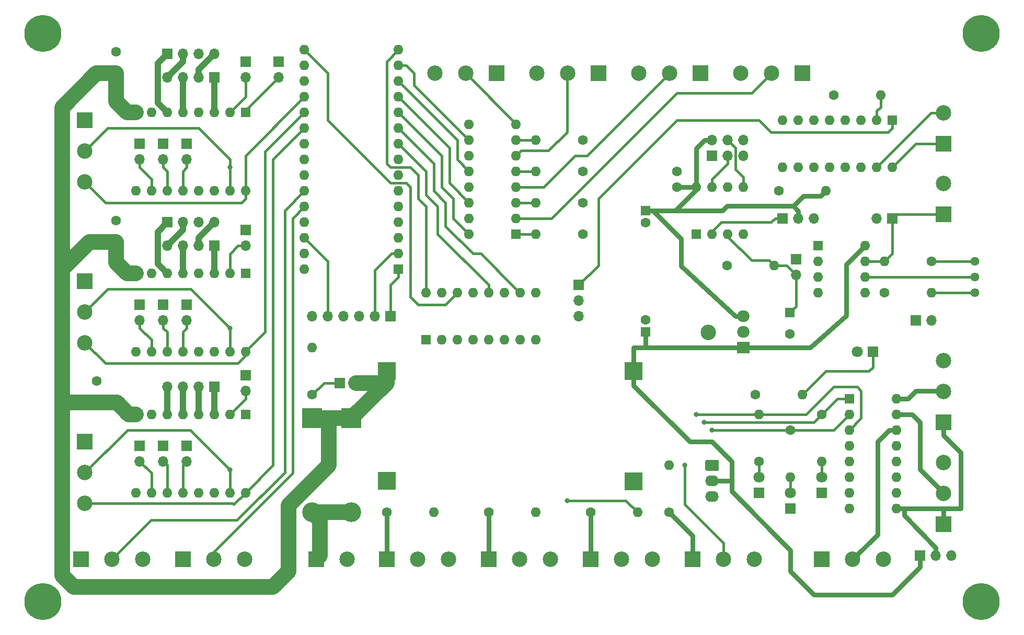
<source format=gtl>
G04 #@! TF.GenerationSoftware,KiCad,Pcbnew,(5.0.2)-1*
G04 #@! TF.CreationDate,2019-04-01T16:01:03+02:00*
G04 #@! TF.ProjectId,MPCNC Nano Estlcam Shield,4d50434e-4320-44e6-916e-6f204573746c,1.3*
G04 #@! TF.SameCoordinates,Original*
G04 #@! TF.FileFunction,Copper,L1,Top*
G04 #@! TF.FilePolarity,Positive*
%FSLAX46Y46*%
G04 Gerber Fmt 4.6, Leading zero omitted, Abs format (unit mm)*
G04 Created by KiCad (PCBNEW (5.0.2)-1) date 01.04.2019 16:01:03*
%MOMM*%
%LPD*%
G01*
G04 APERTURE LIST*
G04 #@! TA.AperFunction,ComponentPad*
%ADD10R,2.000000X1.905000*%
G04 #@! TD*
G04 #@! TA.AperFunction,ComponentPad*
%ADD11O,2.000000X1.905000*%
G04 #@! TD*
G04 #@! TA.AperFunction,ComponentPad*
%ADD12C,1.600000*%
G04 #@! TD*
G04 #@! TA.AperFunction,ComponentPad*
%ADD13R,1.600000X1.600000*%
G04 #@! TD*
G04 #@! TA.AperFunction,ComponentPad*
%ADD14R,3.000000X3.000000*%
G04 #@! TD*
G04 #@! TA.AperFunction,ComponentPad*
%ADD15C,6.000000*%
G04 #@! TD*
G04 #@! TA.AperFunction,ComponentPad*
%ADD16O,1.600000X1.600000*%
G04 #@! TD*
G04 #@! TA.AperFunction,ComponentPad*
%ADD17R,3.200000X3.200000*%
G04 #@! TD*
G04 #@! TA.AperFunction,ComponentPad*
%ADD18O,3.200000X3.200000*%
G04 #@! TD*
G04 #@! TA.AperFunction,ComponentPad*
%ADD19C,1.440000*%
G04 #@! TD*
G04 #@! TA.AperFunction,ComponentPad*
%ADD20R,2.500000X2.500000*%
G04 #@! TD*
G04 #@! TA.AperFunction,ComponentPad*
%ADD21C,2.500000*%
G04 #@! TD*
G04 #@! TA.AperFunction,ComponentPad*
%ADD22C,1.800000*%
G04 #@! TD*
G04 #@! TA.AperFunction,ComponentPad*
%ADD23R,1.800000X1.800000*%
G04 #@! TD*
G04 #@! TA.AperFunction,ComponentPad*
%ADD24O,1.700000X1.700000*%
G04 #@! TD*
G04 #@! TA.AperFunction,ComponentPad*
%ADD25R,1.700000X1.700000*%
G04 #@! TD*
G04 #@! TA.AperFunction,ComponentPad*
%ADD26O,2.200000X1.740000*%
G04 #@! TD*
G04 #@! TA.AperFunction,Conductor*
%ADD27C,0.100000*%
G04 #@! TD*
G04 #@! TA.AperFunction,ComponentPad*
%ADD28C,1.740000*%
G04 #@! TD*
G04 #@! TA.AperFunction,ViaPad*
%ADD29C,0.800000*%
G04 #@! TD*
G04 #@! TA.AperFunction,Conductor*
%ADD30C,0.800000*%
G04 #@! TD*
G04 #@! TA.AperFunction,Conductor*
%ADD31C,0.400000*%
G04 #@! TD*
G04 #@! TA.AperFunction,Conductor*
%ADD32C,1.000000*%
G04 #@! TD*
G04 #@! TA.AperFunction,Conductor*
%ADD33C,2.500000*%
G04 #@! TD*
G04 APERTURE END LIST*
D10*
G04 #@! TO.P,U6,1*
G04 #@! TO.N,+12V*
X178980000Y-96265000D03*
D11*
G04 #@! TO.P,U6,2*
G04 #@! TO.N,GND*
X178980000Y-93725000D03*
G04 #@! TO.P,U6,3*
G04 #@! TO.N,+5V*
X178980000Y-91185000D03*
G04 #@! TD*
D12*
G04 #@! TO.P,C6,2*
G04 #@! TO.N,GND*
X163105000Y-76040000D03*
D13*
G04 #@! TO.P,C6,1*
G04 #@! TO.N,+5V*
X163105000Y-74040000D03*
G04 #@! TD*
G04 #@! TO.P,C5,1*
G04 #@! TO.N,+12V*
X163105000Y-93725000D03*
D12*
G04 #@! TO.P,C5,2*
G04 #@! TO.N,GND*
X163105000Y-91725000D03*
G04 #@! TD*
G04 #@! TO.P,C7,1*
G04 #@! TO.N,+5V*
X168185000Y-70230000D03*
G04 #@! TO.P,C7,2*
G04 #@! TO.N,GND*
X168185000Y-67730000D03*
G04 #@! TD*
D14*
G04 #@! TO.P,A5,4*
G04 #@! TO.N,GND*
X161195000Y-117875000D03*
G04 #@! TO.P,A5,3*
G04 #@! TO.N,+12V*
X161195000Y-100075000D03*
G04 #@! TO.P,A5,2*
G04 #@! TO.N,GND*
X121195000Y-117855000D03*
G04 #@! TO.P,A5,1*
G04 #@! TO.N,VMot*
X121182300Y-100062300D03*
G04 #@! TD*
D15*
G04 #@! TO.P,H3,3*
G04 #@! TO.N,N/C*
X217505000Y-45350000D03*
G04 #@! TD*
G04 #@! TO.P,H1,1*
G04 #@! TO.N,N/C*
X65505000Y-137350000D03*
G04 #@! TD*
G04 #@! TO.P,H2,2*
G04 #@! TO.N,N/C*
X217505000Y-137350000D03*
G04 #@! TD*
G04 #@! TO.P,H4,4*
G04 #@! TO.N,N/C*
X65505000Y-45350000D03*
G04 #@! TD*
D16*
G04 #@! TO.P,R7,2*
G04 #@! TO.N,/IN3_R_LED*
X145325000Y-67690000D03*
D12*
G04 #@! TO.P,R7,1*
G04 #@! TO.N,+5V*
X152945000Y-67690000D03*
G04 #@! TD*
D16*
G04 #@! TO.P,R8,2*
G04 #@! TO.N,/IN4_R_LED*
X145325000Y-62610000D03*
D12*
G04 #@! TO.P,R8,1*
G04 #@! TO.N,+5V*
X152945000Y-62610000D03*
G04 #@! TD*
D13*
G04 #@! TO.P,C1,1*
G04 #@! TO.N,Spindle_Speed_Analog_0-5V*
X186473000Y-90550000D03*
D12*
G04 #@! TO.P,C1,2*
G04 #@! TO.N,/C1_to_JP16*
X186473000Y-94050000D03*
G04 #@! TD*
D13*
G04 #@! TO.P,C3,1*
G04 #@! TO.N,VMot*
X77380000Y-79120000D03*
D12*
G04 #@! TO.P,C3,2*
G04 #@! TO.N,GND*
X77380000Y-75620000D03*
G04 #@! TD*
D13*
G04 #@! TO.P,C4,1*
G04 #@! TO.N,VMot*
X74205000Y-105155000D03*
D12*
G04 #@! TO.P,C4,2*
G04 #@! TO.N,GND*
X74205000Y-101655000D03*
G04 #@! TD*
D13*
G04 #@! TO.P,C2,1*
G04 #@! TO.N,VMot*
X77380000Y-51815000D03*
D12*
G04 #@! TO.P,C2,2*
G04 #@! TO.N,GND*
X77380000Y-48315000D03*
G04 #@! TD*
D16*
G04 #@! TO.P,U5,16*
G04 #@! TO.N,/OUT1*
X203745000Y-104520000D03*
G04 #@! TO.P,U5,8*
G04 #@! TO.N,GND*
X196125000Y-122300000D03*
G04 #@! TO.P,U5,15*
G04 #@! TO.N,/OUT2*
X203745000Y-107060000D03*
G04 #@! TO.P,U5,7*
G04 #@! TO.N,Net-(U5-Pad7)*
X196125000Y-119760000D03*
G04 #@! TO.P,U5,14*
G04 #@! TO.N,/OUT3*
X203745000Y-109600000D03*
G04 #@! TO.P,U5,6*
G04 #@! TO.N,Net-(U5-Pad6)*
X196125000Y-117220000D03*
G04 #@! TO.P,U5,13*
G04 #@! TO.N,Net-(U5-Pad13)*
X203745000Y-112140000D03*
G04 #@! TO.P,U5,5*
G04 #@! TO.N,Net-(U5-Pad5)*
X196125000Y-114680000D03*
G04 #@! TO.P,U5,12*
G04 #@! TO.N,Net-(U5-Pad12)*
X203745000Y-114680000D03*
G04 #@! TO.P,U5,4*
G04 #@! TO.N,Net-(U5-Pad4)*
X196125000Y-112140000D03*
G04 #@! TO.P,U5,11*
G04 #@! TO.N,Net-(U5-Pad11)*
X203745000Y-117220000D03*
G04 #@! TO.P,U5,3*
G04 #@! TO.N,/A3(D4)*
X196125000Y-109600000D03*
G04 #@! TO.P,U5,10*
G04 #@! TO.N,Net-(U5-Pad10)*
X203745000Y-119760000D03*
G04 #@! TO.P,U5,2*
G04 #@! TO.N,/A2(D2)*
X196125000Y-107060000D03*
G04 #@! TO.P,U5,9*
G04 #@! TO.N,/COM*
X203745000Y-122300000D03*
D13*
G04 #@! TO.P,U5,1*
G04 #@! TO.N,/A1(D3)*
X196125000Y-104520000D03*
G04 #@! TD*
D16*
G04 #@! TO.P,U2,16*
G04 #@! TO.N,/E1(D8)*
X134530000Y-77850000D03*
G04 #@! TO.P,U2,8*
G04 #@! TO.N,/IN4*
X142150000Y-60070000D03*
G04 #@! TO.P,U2,15*
G04 #@! TO.N,GND*
X134530000Y-75310000D03*
G04 #@! TO.P,U2,7*
G04 #@! TO.N,/IN4_R_LED*
X142150000Y-62610000D03*
G04 #@! TO.P,U2,14*
G04 #@! TO.N,/E2(D9)*
X134530000Y-72770000D03*
G04 #@! TO.P,U2,6*
G04 #@! TO.N,/IN3*
X142150000Y-65150000D03*
G04 #@! TO.P,U2,13*
G04 #@! TO.N,GND*
X134530000Y-70230000D03*
G04 #@! TO.P,U2,5*
G04 #@! TO.N,/IN3_R_LED*
X142150000Y-67690000D03*
G04 #@! TO.P,U2,12*
G04 #@! TO.N,/E3(D10)*
X134530000Y-67690000D03*
G04 #@! TO.P,U2,4*
G04 #@! TO.N,/IN2*
X142150000Y-70230000D03*
G04 #@! TO.P,U2,11*
G04 #@! TO.N,GND*
X134530000Y-65150000D03*
G04 #@! TO.P,U2,3*
G04 #@! TO.N,/IN2_R_LED*
X142150000Y-72770000D03*
G04 #@! TO.P,U2,10*
G04 #@! TO.N,/E4(D11)*
X134530000Y-62610000D03*
G04 #@! TO.P,U2,2*
G04 #@! TO.N,/IN1*
X142150000Y-75310000D03*
G04 #@! TO.P,U2,9*
G04 #@! TO.N,GND*
X134530000Y-60070000D03*
D13*
G04 #@! TO.P,U2,1*
G04 #@! TO.N,/IN1_R_LED*
X142150000Y-77850000D03*
G04 #@! TD*
D16*
G04 #@! TO.P,U3,16*
G04 #@! TO.N,/E5(D12)*
X127545000Y-87375000D03*
G04 #@! TO.P,U3,8*
G04 #@! TO.N,/IN8*
X145325000Y-94995000D03*
G04 #@! TO.P,U3,15*
G04 #@! TO.N,GND*
X130085000Y-87375000D03*
G04 #@! TO.P,U3,7*
G04 #@! TO.N,/IN8_R_LED*
X142785000Y-94995000D03*
G04 #@! TO.P,U3,14*
G04 #@! TO.N,/E6(D13)*
X132625000Y-87375000D03*
G04 #@! TO.P,U3,6*
G04 #@! TO.N,/IN7*
X140245000Y-94995000D03*
G04 #@! TO.P,U3,13*
G04 #@! TO.N,GND*
X135165000Y-87375000D03*
G04 #@! TO.P,U3,5*
G04 #@! TO.N,/IN7_R_LED*
X137705000Y-94995000D03*
G04 #@! TO.P,U3,12*
G04 #@! TO.N,/E7(D6)*
X137705000Y-87375000D03*
G04 #@! TO.P,U3,4*
G04 #@! TO.N,/IN6*
X135165000Y-94995000D03*
G04 #@! TO.P,U3,11*
G04 #@! TO.N,GND*
X140245000Y-87375000D03*
G04 #@! TO.P,U3,3*
G04 #@! TO.N,/IN6_R_LED*
X132625000Y-94995000D03*
G04 #@! TO.P,U3,10*
G04 #@! TO.N,/E8(D7)*
X142785000Y-87375000D03*
G04 #@! TO.P,U3,2*
G04 #@! TO.N,/IN5*
X130085000Y-94995000D03*
G04 #@! TO.P,U3,9*
G04 #@! TO.N,GND*
X145325000Y-87375000D03*
D13*
G04 #@! TO.P,U3,1*
G04 #@! TO.N,/IN5_R_LED*
X127545000Y-94995000D03*
G04 #@! TD*
D16*
G04 #@! TO.P,U4,16*
G04 #@! TO.N,/FOR*
X203110000Y-67055000D03*
G04 #@! TO.P,U4,8*
G04 #@! TO.N,N/C*
X185330000Y-59435000D03*
G04 #@! TO.P,U4,15*
G04 #@! TO.N,/DCM*
X200570000Y-67055000D03*
G04 #@! TO.P,U4,7*
G04 #@! TO.N,N/C*
X187870000Y-59435000D03*
G04 #@! TO.P,U4,14*
X198030000Y-67055000D03*
G04 #@! TO.P,U4,6*
X190410000Y-59435000D03*
G04 #@! TO.P,U4,13*
X195490000Y-67055000D03*
G04 #@! TO.P,U4,5*
X192950000Y-59435000D03*
G04 #@! TO.P,U4,12*
X192950000Y-67055000D03*
G04 #@! TO.P,U4,4*
X195490000Y-59435000D03*
G04 #@! TO.P,U4,11*
X190410000Y-67055000D03*
G04 #@! TO.P,U4,3*
X198030000Y-59435000D03*
G04 #@! TO.P,U4,10*
X187870000Y-67055000D03*
G04 #@! TO.P,U4,2*
G04 #@! TO.N,/SPINDEL_ON_OFF_R_LED*
X200570000Y-59435000D03*
G04 #@! TO.P,U4,9*
G04 #@! TO.N,N/C*
X185330000Y-67055000D03*
D13*
G04 #@! TO.P,U4,1*
G04 #@! TO.N,/Spindle_ON_OFF*
X203110000Y-59435000D03*
G04 #@! TD*
D16*
G04 #@! TO.P,U7,8*
G04 #@! TO.N,+5V*
X171360000Y-70230000D03*
G04 #@! TO.P,U7,4*
G04 #@! TO.N,GND*
X178980000Y-77850000D03*
G04 #@! TO.P,U7,7*
G04 #@! TO.N,/SCK*
X173900000Y-70230000D03*
G04 #@! TO.P,U7,3*
G04 #@! TO.N,Spindle_Speed_Analog_0-5V*
X176440000Y-77850000D03*
G04 #@! TO.P,U7,6*
G04 #@! TO.N,/MISO*
X176440000Y-70230000D03*
G04 #@! TO.P,U7,2*
G04 #@! TO.N,/SERVO_PPM*
X173900000Y-77850000D03*
G04 #@! TO.P,U7,5*
G04 #@! TO.N,/MOSI*
X178980000Y-70230000D03*
D13*
G04 #@! TO.P,U7,1*
G04 #@! TO.N,/RESET_ATtiny*
X171360000Y-77850000D03*
G04 #@! TD*
D16*
G04 #@! TO.P,U1,8*
G04 #@! TO.N,+12V*
X198665000Y-79755000D03*
G04 #@! TO.P,U1,4*
G04 #@! TO.N,GND*
X191045000Y-87375000D03*
G04 #@! TO.P,U1,7*
G04 #@! TO.N,/VI*
X198665000Y-82295000D03*
G04 #@! TO.P,U1,3*
G04 #@! TO.N,N/C*
X191045000Y-84835000D03*
G04 #@! TO.P,U1,6*
G04 #@! TO.N,/5V_10V*
X198665000Y-84835000D03*
G04 #@! TO.P,U1,2*
G04 #@! TO.N,N/C*
X191045000Y-82295000D03*
G04 #@! TO.P,U1,5*
G04 #@! TO.N,Spindle_Speed_Analog_0-5V*
X198665000Y-87375000D03*
D13*
G04 #@! TO.P,U1,1*
G04 #@! TO.N,N/C*
X191045000Y-79755000D03*
G04 #@! TD*
D17*
G04 #@! TO.P,D2,1*
G04 #@! TO.N,VMot*
X115480000Y-107695000D03*
D18*
G04 #@! TO.P,D2,2*
G04 #@! TO.N,VDC*
X115480000Y-122935000D03*
G04 #@! TD*
D17*
G04 #@! TO.P,D3,1*
G04 #@! TO.N,VMot*
X109130000Y-107695000D03*
D18*
G04 #@! TO.P,D3,2*
G04 #@! TO.N,VDC*
X109130000Y-122935000D03*
G04 #@! TD*
D16*
G04 #@! TO.P,R12,2*
G04 #@! TO.N,/IN8_R_LED*
X166915000Y-115315000D03*
D12*
G04 #@! TO.P,R12,1*
G04 #@! TO.N,+5V*
X166915000Y-122935000D03*
G04 #@! TD*
D16*
G04 #@! TO.P,R4,2*
G04 #@! TO.N,/SPINDEL_ON_OFF_R_LED*
X201205000Y-55350000D03*
D12*
G04 #@! TO.P,R4,1*
G04 #@! TO.N,GND*
X193585000Y-55350000D03*
G04 #@! TD*
D16*
G04 #@! TO.P,R2,2*
G04 #@! TO.N,/RV1_R2*
X209460000Y-87375000D03*
D12*
G04 #@! TO.P,R2,1*
G04 #@! TO.N,GND*
X201840000Y-87375000D03*
G04 #@! TD*
D16*
G04 #@! TO.P,R1,2*
G04 #@! TO.N,Spindle_Speed_Analog_0-5V*
X183933000Y-82930000D03*
D12*
G04 #@! TO.P,R1,1*
G04 #@! TO.N,/Spindle_PWM(D5)*
X176313000Y-82930000D03*
G04 #@! TD*
D16*
G04 #@! TO.P,R5,2*
G04 #@! TO.N,/IN1_R_LED*
X145325000Y-77850000D03*
D12*
G04 #@! TO.P,R5,1*
G04 #@! TO.N,+5V*
X152945000Y-77850000D03*
G04 #@! TD*
D16*
G04 #@! TO.P,R6,2*
G04 #@! TO.N,/IN2_R_LED*
X145325000Y-72770000D03*
D12*
G04 #@! TO.P,R6,1*
G04 #@! TO.N,+5V*
X152945000Y-72770000D03*
G04 #@! TD*
D16*
G04 #@! TO.P,R9,2*
G04 #@! TO.N,/IN5_R_LED*
X128815000Y-122935000D03*
D12*
G04 #@! TO.P,R9,1*
G04 #@! TO.N,+5V*
X121195000Y-122935000D03*
G04 #@! TD*
D16*
G04 #@! TO.P,R11,2*
G04 #@! TO.N,/IN7_R_LED*
X161835000Y-122935000D03*
D12*
G04 #@! TO.P,R11,1*
G04 #@! TO.N,+5V*
X154215000Y-122935000D03*
G04 #@! TD*
D16*
G04 #@! TO.P,R13,2*
G04 #@! TO.N,+5V*
X192315000Y-70865000D03*
D12*
G04 #@! TO.P,R13,1*
G04 #@! TO.N,/RESET_ATtiny*
X184695000Y-70865000D03*
G04 #@! TD*
D16*
G04 #@! TO.P,R14,2*
G04 #@! TO.N,/D1_R_LED*
X188505000Y-103885000D03*
D12*
G04 #@! TO.P,R14,1*
G04 #@! TO.N,GND*
X180885000Y-103885000D03*
G04 #@! TD*
D16*
G04 #@! TO.P,R15,2*
G04 #@! TO.N,GND*
X109130000Y-96265000D03*
D12*
G04 #@! TO.P,R15,1*
G04 #@! TO.N,/D4_R_LED*
X109130000Y-103885000D03*
G04 #@! TD*
D16*
G04 #@! TO.P,R16,2*
G04 #@! TO.N,/D5_R_LED*
X191680000Y-114680000D03*
D12*
G04 #@! TO.P,R16,1*
G04 #@! TO.N,/A1(D3)*
X191680000Y-107060000D03*
G04 #@! TD*
D16*
G04 #@! TO.P,R17,2*
G04 #@! TO.N,/D6_R_LED*
X186600000Y-117220000D03*
D12*
G04 #@! TO.P,R17,1*
G04 #@! TO.N,/A2(D2)*
X186600000Y-109600000D03*
G04 #@! TD*
D16*
G04 #@! TO.P,R18,2*
G04 #@! TO.N,/A3(D4)*
X181520000Y-107060000D03*
D12*
G04 #@! TO.P,R18,1*
G04 #@! TO.N,/D7_R_LED*
X181520000Y-114680000D03*
G04 #@! TD*
D16*
G04 #@! TO.P,R3,2*
G04 #@! TO.N,/VI*
X201840000Y-82295000D03*
D12*
G04 #@! TO.P,R3,1*
G04 #@! TO.N,/R3_RV1*
X209460000Y-82295000D03*
G04 #@! TD*
D16*
G04 #@! TO.P,R10,2*
G04 #@! TO.N,/IN6_R_LED*
X145325000Y-122935000D03*
D12*
G04 #@! TO.P,R10,1*
G04 #@! TO.N,+5V*
X137705000Y-122935000D03*
G04 #@! TD*
D19*
G04 #@! TO.P,RV1,3*
G04 #@! TO.N,/RV1_R2*
X216445000Y-87375000D03*
G04 #@! TO.P,RV1,2*
G04 #@! TO.N,/5V_10V*
X216445000Y-84835000D03*
G04 #@! TO.P,RV1,1*
G04 #@! TO.N,/R3_RV1*
X216445000Y-82295000D03*
G04 #@! TD*
D16*
G04 #@! TO.P,A1,16*
G04 #@! TO.N,/E6(D13)*
X107860000Y-48005000D03*
G04 #@! TO.P,A1,15*
G04 #@! TO.N,/E5(D12)*
X123100000Y-48005000D03*
G04 #@! TO.P,A1,30*
G04 #@! TO.N,Net-(A1-Pad30)*
X107860000Y-83565000D03*
G04 #@! TO.P,A1,14*
G04 #@! TO.N,/E4(D11)*
X123100000Y-50545000D03*
G04 #@! TO.P,A1,29*
G04 #@! TO.N,GND*
X107860000Y-81025000D03*
G04 #@! TO.P,A1,13*
G04 #@! TO.N,/E3(D10)*
X123100000Y-53085000D03*
G04 #@! TO.P,A1,28*
G04 #@! TO.N,/RESET*
X107860000Y-78485000D03*
G04 #@! TO.P,A1,12*
G04 #@! TO.N,/E2(D9)*
X123100000Y-55625000D03*
G04 #@! TO.P,A1,27*
G04 #@! TO.N,+5V*
X107860000Y-75945000D03*
G04 #@! TO.P,A1,11*
G04 #@! TO.N,/E1(D8)*
X123100000Y-58165000D03*
G04 #@! TO.P,A1,26*
G04 #@! TO.N,/Rot.Speed*
X107860000Y-73405000D03*
G04 #@! TO.P,A1,10*
G04 #@! TO.N,/E8(D7)*
X123100000Y-60705000D03*
G04 #@! TO.P,A1,25*
G04 #@! TO.N,/Feedrate*
X107860000Y-70865000D03*
G04 #@! TO.P,A1,9*
G04 #@! TO.N,/E7(D6)*
X123100000Y-63245000D03*
G04 #@! TO.P,A1,24*
G04 #@! TO.N,/Z_STEP*
X107860000Y-68325000D03*
G04 #@! TO.P,A1,8*
G04 #@! TO.N,/Spindle_PWM(D5)*
X123100000Y-65785000D03*
G04 #@! TO.P,A1,23*
G04 #@! TO.N,/Y_STEP*
X107860000Y-65785000D03*
G04 #@! TO.P,A1,7*
G04 #@! TO.N,/Spindle_ON_OFF(D4)*
X123100000Y-68325000D03*
G04 #@! TO.P,A1,22*
G04 #@! TO.N,/X_STEP*
X107860000Y-63245000D03*
G04 #@! TO.P,A1,6*
G04 #@! TO.N,/A1(D3)*
X123100000Y-70865000D03*
G04 #@! TO.P,A1,21*
G04 #@! TO.N,/Z_DIR*
X107860000Y-60705000D03*
G04 #@! TO.P,A1,5*
G04 #@! TO.N,/A2(D2)*
X123100000Y-73405000D03*
G04 #@! TO.P,A1,20*
G04 #@! TO.N,/Y_DIR*
X107860000Y-58165000D03*
G04 #@! TO.P,A1,4*
G04 #@! TO.N,GND*
X123100000Y-75945000D03*
G04 #@! TO.P,A1,19*
G04 #@! TO.N,/X_DIR*
X107860000Y-55625000D03*
G04 #@! TO.P,A1,3*
G04 #@! TO.N,Net-(A1-Pad3)*
X123100000Y-78485000D03*
G04 #@! TO.P,A1,18*
G04 #@! TO.N,Net-(A1-Pad18)*
X107860000Y-53085000D03*
G04 #@! TO.P,A1,2*
G04 #@! TO.N,/RX*
X123100000Y-81025000D03*
G04 #@! TO.P,A1,17*
G04 #@! TO.N,+3V3*
X107860000Y-50545000D03*
D13*
G04 #@! TO.P,A1,1*
G04 #@! TO.N,/TX*
X123100000Y-83565000D03*
G04 #@! TD*
D16*
G04 #@! TO.P,A4,16*
G04 #@! TO.N,/Z_DIR*
X98335000Y-119760000D03*
G04 #@! TO.P,A4,8*
G04 #@! TO.N,VMot*
X80555000Y-107060000D03*
G04 #@! TO.P,A4,15*
G04 #@! TO.N,/Z_STEP*
X95795000Y-119760000D03*
G04 #@! TO.P,A4,7*
G04 #@! TO.N,GND*
X83095000Y-107060000D03*
G04 #@! TO.P,A4,14*
G04 #@! TO.N,+5V*
X93255000Y-119760000D03*
G04 #@! TO.P,A4,6*
G04 #@! TO.N,/B2Z*
X85635000Y-107060000D03*
G04 #@! TO.P,A4,13*
G04 #@! TO.N,+5V*
X90715000Y-119760000D03*
G04 #@! TO.P,A4,5*
G04 #@! TO.N,/B1Z*
X88175000Y-107060000D03*
G04 #@! TO.P,A4,12*
G04 #@! TO.N,/M2Z*
X88175000Y-119760000D03*
G04 #@! TO.P,A4,4*
G04 #@! TO.N,/A1Z*
X90715000Y-107060000D03*
G04 #@! TO.P,A4,11*
G04 #@! TO.N,/M1Z*
X85635000Y-119760000D03*
G04 #@! TO.P,A4,3*
G04 #@! TO.N,/A2Z*
X93255000Y-107060000D03*
G04 #@! TO.P,A4,10*
G04 #@! TO.N,/M0Z*
X83095000Y-119760000D03*
G04 #@! TO.P,A4,2*
G04 #@! TO.N,/FLT_Z*
X95795000Y-107060000D03*
G04 #@! TO.P,A4,9*
G04 #@! TO.N,GND*
X80555000Y-119760000D03*
D13*
G04 #@! TO.P,A4,1*
X98335000Y-107060000D03*
G04 #@! TD*
D16*
G04 #@! TO.P,A3,16*
G04 #@! TO.N,/Y_DIR*
X98335000Y-96900000D03*
G04 #@! TO.P,A3,8*
G04 #@! TO.N,VMot*
X80555000Y-84200000D03*
G04 #@! TO.P,A3,15*
G04 #@! TO.N,/Y_STEP*
X95795000Y-96900000D03*
G04 #@! TO.P,A3,7*
G04 #@! TO.N,GND*
X83095000Y-84200000D03*
G04 #@! TO.P,A3,14*
G04 #@! TO.N,+5V*
X93255000Y-96900000D03*
G04 #@! TO.P,A3,6*
G04 #@! TO.N,/B2Y2*
X85635000Y-84200000D03*
G04 #@! TO.P,A3,13*
G04 #@! TO.N,+5V*
X90715000Y-96900000D03*
G04 #@! TO.P,A3,5*
G04 #@! TO.N,/B1Y1*
X88175000Y-84200000D03*
G04 #@! TO.P,A3,12*
G04 #@! TO.N,/M2Y*
X88175000Y-96900000D03*
G04 #@! TO.P,A3,4*
G04 #@! TO.N,/A1Y2*
X90715000Y-84200000D03*
G04 #@! TO.P,A3,11*
G04 #@! TO.N,/M1Y*
X85635000Y-96900000D03*
G04 #@! TO.P,A3,3*
G04 #@! TO.N,/A2Y1*
X93255000Y-84200000D03*
G04 #@! TO.P,A3,10*
G04 #@! TO.N,/M0Y*
X83095000Y-96900000D03*
G04 #@! TO.P,A3,2*
G04 #@! TO.N,/FLT_Y*
X95795000Y-84200000D03*
G04 #@! TO.P,A3,9*
G04 #@! TO.N,GND*
X80555000Y-96900000D03*
D13*
G04 #@! TO.P,A3,1*
X98335000Y-84200000D03*
G04 #@! TD*
D16*
G04 #@! TO.P,A2,16*
G04 #@! TO.N,/X_DIR*
X98335000Y-70865000D03*
G04 #@! TO.P,A2,8*
G04 #@! TO.N,VMot*
X80555000Y-58165000D03*
G04 #@! TO.P,A2,15*
G04 #@! TO.N,/X_STEP*
X95795000Y-70865000D03*
G04 #@! TO.P,A2,7*
G04 #@! TO.N,GND*
X83095000Y-58165000D03*
G04 #@! TO.P,A2,14*
G04 #@! TO.N,+5V*
X93255000Y-70865000D03*
G04 #@! TO.P,A2,6*
G04 #@! TO.N,/B2X2*
X85635000Y-58165000D03*
G04 #@! TO.P,A2,13*
G04 #@! TO.N,+5V*
X90715000Y-70865000D03*
G04 #@! TO.P,A2,5*
G04 #@! TO.N,/B1X1*
X88175000Y-58165000D03*
G04 #@! TO.P,A2,12*
G04 #@! TO.N,/M2X*
X88175000Y-70865000D03*
G04 #@! TO.P,A2,4*
G04 #@! TO.N,/A1X2*
X90715000Y-58165000D03*
G04 #@! TO.P,A2,11*
G04 #@! TO.N,/M1X*
X85635000Y-70865000D03*
G04 #@! TO.P,A2,3*
G04 #@! TO.N,/A2X1*
X93255000Y-58165000D03*
G04 #@! TO.P,A2,10*
G04 #@! TO.N,/M0X*
X83095000Y-70865000D03*
G04 #@! TO.P,A2,2*
G04 #@! TO.N,/FLT_X*
X95795000Y-58165000D03*
G04 #@! TO.P,A2,9*
G04 #@! TO.N,GND*
X80555000Y-70865000D03*
D13*
G04 #@! TO.P,A2,1*
X98335000Y-58165000D03*
G04 #@! TD*
D20*
G04 #@! TO.P,J27,1*
G04 #@! TO.N,GND*
X88175000Y-130555000D03*
D21*
G04 #@! TO.P,J27,2*
G04 #@! TO.N,/Rot.Speed*
X93175000Y-130555000D03*
G04 #@! TO.P,J27,3*
G04 #@! TO.N,+5V*
X98175000Y-130555000D03*
G04 #@! TD*
G04 #@! TO.P,HS1,1*
G04 #@! TO.N,N/C*
X173265000Y-93775000D03*
G04 #@! TD*
G04 #@! TO.P,J17,2*
G04 #@! TO.N,/DCM*
X211365000Y-58245000D03*
D20*
G04 #@! TO.P,J17,1*
G04 #@! TO.N,/FOR*
X211365000Y-63245000D03*
G04 #@! TD*
D21*
G04 #@! TO.P,J16,2*
G04 #@! TO.N,GND*
X211365000Y-69675000D03*
D20*
G04 #@! TO.P,J16,1*
G04 #@! TO.N,/VI*
X211365000Y-74675000D03*
G04 #@! TD*
D21*
G04 #@! TO.P,J1,2*
G04 #@! TO.N,GND*
X114765000Y-130555000D03*
D20*
G04 #@! TO.P,J1,1*
G04 #@! TO.N,VDC*
X109765000Y-130555000D03*
G04 #@! TD*
G04 #@! TO.P,J22,1*
G04 #@! TO.N,+5V*
X121195000Y-130555000D03*
D21*
G04 #@! TO.P,J22,2*
G04 #@! TO.N,/IN5*
X126195000Y-130555000D03*
G04 #@! TO.P,J22,3*
G04 #@! TO.N,GND*
X131195000Y-130555000D03*
G04 #@! TD*
D20*
G04 #@! TO.P,J13,1*
G04 #@! TO.N,/COM*
X211365000Y-124840000D03*
D21*
G04 #@! TO.P,J13,2*
G04 #@! TO.N,/OUT2*
X211365000Y-119840000D03*
G04 #@! TO.P,J13,3*
G04 #@! TO.N,GND*
X211365000Y-114840000D03*
G04 #@! TD*
D20*
G04 #@! TO.P,J14,1*
G04 #@! TO.N,/COM*
X191680000Y-130555000D03*
D21*
G04 #@! TO.P,J14,2*
G04 #@! TO.N,/OUT3*
X196680000Y-130555000D03*
G04 #@! TO.P,J14,3*
G04 #@! TO.N,GND*
X201680000Y-130555000D03*
G04 #@! TD*
D20*
G04 #@! TO.P,J12,1*
G04 #@! TO.N,/COM*
X211365000Y-108330000D03*
D21*
G04 #@! TO.P,J12,2*
G04 #@! TO.N,/OUT1*
X211365000Y-103330000D03*
G04 #@! TO.P,J12,3*
G04 #@! TO.N,GND*
X211365000Y-98330000D03*
G04 #@! TD*
D20*
G04 #@! TO.P,J21,1*
G04 #@! TO.N,+5V*
X138975000Y-51815000D03*
D21*
G04 #@! TO.P,J21,2*
G04 #@! TO.N,/IN4*
X133975000Y-51815000D03*
G04 #@! TO.P,J21,3*
G04 #@! TO.N,GND*
X128975000Y-51815000D03*
G04 #@! TD*
D20*
G04 #@! TO.P,J18,1*
G04 #@! TO.N,+5V*
X188505000Y-51815000D03*
D21*
G04 #@! TO.P,J18,2*
G04 #@! TO.N,/IN1*
X183505000Y-51815000D03*
G04 #@! TO.P,J18,3*
G04 #@! TO.N,GND*
X178505000Y-51815000D03*
G04 #@! TD*
D20*
G04 #@! TO.P,J19,1*
G04 #@! TO.N,+5V*
X171995000Y-51815000D03*
D21*
G04 #@! TO.P,J19,2*
G04 #@! TO.N,/IN2*
X166995000Y-51815000D03*
G04 #@! TO.P,J19,3*
G04 #@! TO.N,GND*
X161995000Y-51815000D03*
G04 #@! TD*
D20*
G04 #@! TO.P,J20,1*
G04 #@! TO.N,+5V*
X155485000Y-51815000D03*
D21*
G04 #@! TO.P,J20,2*
G04 #@! TO.N,/IN3*
X150485000Y-51815000D03*
G04 #@! TO.P,J20,3*
G04 #@! TO.N,GND*
X145485000Y-51815000D03*
G04 #@! TD*
D20*
G04 #@! TO.P,J24,1*
G04 #@! TO.N,+5V*
X154215000Y-130555000D03*
D21*
G04 #@! TO.P,J24,2*
G04 #@! TO.N,/IN7*
X159215000Y-130555000D03*
G04 #@! TO.P,J24,3*
G04 #@! TO.N,GND*
X164215000Y-130555000D03*
G04 #@! TD*
D20*
G04 #@! TO.P,J25,1*
G04 #@! TO.N,+5V*
X170725000Y-130555000D03*
D21*
G04 #@! TO.P,J25,2*
G04 #@! TO.N,/IN8*
X175725000Y-130555000D03*
G04 #@! TO.P,J25,3*
G04 #@! TO.N,GND*
X180725000Y-130555000D03*
G04 #@! TD*
D20*
G04 #@! TO.P,J4,1*
G04 #@! TO.N,GND*
X72300000Y-59435000D03*
D21*
G04 #@! TO.P,J4,2*
G04 #@! TO.N,/X_STEP*
X72300000Y-64435000D03*
G04 #@! TO.P,J4,3*
G04 #@! TO.N,/X_DIR*
X72300000Y-69435000D03*
G04 #@! TD*
D20*
G04 #@! TO.P,J5,1*
G04 #@! TO.N,GND*
X72300000Y-85470000D03*
D21*
G04 #@! TO.P,J5,2*
G04 #@! TO.N,/Y_STEP*
X72300000Y-90470000D03*
G04 #@! TO.P,J5,3*
G04 #@! TO.N,/Y_DIR*
X72300000Y-95470000D03*
G04 #@! TD*
D20*
G04 #@! TO.P,J6,1*
G04 #@! TO.N,GND*
X72300000Y-111505000D03*
D21*
G04 #@! TO.P,J6,2*
G04 #@! TO.N,/Z_STEP*
X72300000Y-116505000D03*
G04 #@! TO.P,J6,3*
G04 #@! TO.N,/Z_DIR*
X72300000Y-121505000D03*
G04 #@! TD*
D20*
G04 #@! TO.P,J23,1*
G04 #@! TO.N,+5V*
X137705000Y-130555000D03*
D21*
G04 #@! TO.P,J23,2*
G04 #@! TO.N,/IN6*
X142705000Y-130555000D03*
G04 #@! TO.P,J23,3*
G04 #@! TO.N,GND*
X147705000Y-130555000D03*
G04 #@! TD*
D20*
G04 #@! TO.P,J26,1*
G04 #@! TO.N,GND*
X71665000Y-130555000D03*
D21*
G04 #@! TO.P,J26,2*
G04 #@! TO.N,/Feedrate*
X76665000Y-130555000D03*
G04 #@! TO.P,J26,3*
G04 #@! TO.N,+5V*
X81665000Y-130555000D03*
G04 #@! TD*
D22*
G04 #@! TO.P,D7,2*
G04 #@! TO.N,/D7_R_LED*
X181520000Y-117220000D03*
D23*
G04 #@! TO.P,D7,1*
G04 #@! TO.N,GND*
X181520000Y-119760000D03*
G04 #@! TD*
D22*
G04 #@! TO.P,D6,2*
G04 #@! TO.N,/D6_R_LED*
X186600000Y-119760000D03*
D23*
G04 #@! TO.P,D6,1*
G04 #@! TO.N,GND*
X186600000Y-122300000D03*
G04 #@! TD*
D22*
G04 #@! TO.P,D5,2*
G04 #@! TO.N,/D5_R_LED*
X191680000Y-117220000D03*
D23*
G04 #@! TO.P,D5,1*
G04 #@! TO.N,GND*
X191680000Y-119760000D03*
G04 #@! TD*
D22*
G04 #@! TO.P,D4,2*
G04 #@! TO.N,VMot*
X116115000Y-101980000D03*
D23*
G04 #@! TO.P,D4,1*
G04 #@! TO.N,/D4_R_LED*
X113575000Y-101980000D03*
G04 #@! TD*
D22*
G04 #@! TO.P,D1,2*
G04 #@! TO.N,+5V*
X197395000Y-96900000D03*
D23*
G04 #@! TO.P,D1,1*
G04 #@! TO.N,/D1_R_LED*
X199935000Y-96900000D03*
G04 #@! TD*
D24*
G04 #@! TO.P,J29,2*
G04 #@! TO.N,GND*
X103669000Y-52450000D03*
D25*
G04 #@! TO.P,J29,1*
G04 #@! TO.N,+3V3*
X103669000Y-49910000D03*
G04 #@! TD*
D24*
G04 #@! TO.P,J28,3*
G04 #@! TO.N,GND*
X190410000Y-75310000D03*
G04 #@! TO.P,J28,2*
G04 #@! TO.N,+5V*
X187870000Y-75310000D03*
D25*
G04 #@! TO.P,J28,1*
G04 #@! TO.N,/SERVO_PPM*
X185330000Y-75310000D03*
G04 #@! TD*
D24*
G04 #@! TO.P,J15,6*
G04 #@! TO.N,GND*
X178980000Y-62610000D03*
G04 #@! TO.P,J15,5*
G04 #@! TO.N,/RESET_ATtiny*
X178980000Y-65150000D03*
G04 #@! TO.P,J15,4*
G04 #@! TO.N,/MOSI*
X176440000Y-62610000D03*
G04 #@! TO.P,J15,3*
G04 #@! TO.N,/SCK*
X176440000Y-65150000D03*
G04 #@! TO.P,J15,2*
G04 #@! TO.N,+5V*
X173900000Y-62610000D03*
D25*
G04 #@! TO.P,J15,1*
G04 #@! TO.N,/MISO*
X173900000Y-65150000D03*
G04 #@! TD*
D24*
G04 #@! TO.P,J3,6*
G04 #@! TO.N,GND*
X109130000Y-91185000D03*
G04 #@! TO.P,J3,5*
G04 #@! TO.N,/RESET*
X111670000Y-91185000D03*
G04 #@! TO.P,J3,4*
G04 #@! TO.N,+5V*
X114210000Y-91185000D03*
G04 #@! TO.P,J3,3*
G04 #@! TO.N,GND*
X116750000Y-91185000D03*
G04 #@! TO.P,J3,2*
G04 #@! TO.N,/RX*
X119290000Y-91185000D03*
D25*
G04 #@! TO.P,J3,1*
G04 #@! TO.N,/TX*
X121830000Y-91185000D03*
G04 #@! TD*
D24*
G04 #@! TO.P,JP2,2*
G04 #@! TO.N,/M1X*
X85000000Y-65785000D03*
D25*
G04 #@! TO.P,JP2,1*
G04 #@! TO.N,+5V*
X85000000Y-63245000D03*
G04 #@! TD*
D24*
G04 #@! TO.P,JP16,2*
G04 #@! TO.N,GND*
X209460000Y-91820000D03*
D25*
G04 #@! TO.P,JP16,1*
G04 #@! TO.N,/C1_to_JP16*
X206920000Y-91820000D03*
G04 #@! TD*
D24*
G04 #@! TO.P,JP17,2*
G04 #@! TO.N,Spindle_Speed_Analog_0-5V*
X187489000Y-84454000D03*
D25*
G04 #@! TO.P,JP17,1*
G04 #@! TO.N,/Spindle_PWM(D5)*
X187489000Y-81914000D03*
G04 #@! TD*
D24*
G04 #@! TO.P,JP3,2*
G04 #@! TO.N,/M2X*
X88810000Y-65785000D03*
D25*
G04 #@! TO.P,JP3,1*
G04 #@! TO.N,+5V*
X88810000Y-63245000D03*
G04 #@! TD*
D24*
G04 #@! TO.P,JP14,3*
G04 #@! TO.N,/A3(D4)*
X152310000Y-91185000D03*
G04 #@! TO.P,JP14,2*
G04 #@! TO.N,/Spindle_ON_OFF(D4)*
X152310000Y-88645000D03*
D25*
G04 #@! TO.P,JP14,1*
G04 #@! TO.N,/Spindle_ON_OFF*
X152310000Y-86105000D03*
G04 #@! TD*
D24*
G04 #@! TO.P,JP13,3*
G04 #@! TO.N,+5V*
X212635000Y-129920000D03*
G04 #@! TO.P,JP13,2*
G04 #@! TO.N,/COM*
X210095000Y-129920000D03*
D25*
G04 #@! TO.P,JP13,1*
G04 #@! TO.N,+12V*
X207555000Y-129920000D03*
G04 #@! TD*
D24*
G04 #@! TO.P,JP8,2*
G04 #@! TO.N,/FLT_Y*
X98335000Y-79755000D03*
D25*
G04 #@! TO.P,JP8,1*
G04 #@! TO.N,+5V*
X98335000Y-77215000D03*
G04 #@! TD*
D26*
G04 #@! TO.P,J2,3*
G04 #@! TO.N,Net-(J2-Pad3)*
X173900000Y-120395000D03*
G04 #@! TO.P,J2,2*
G04 #@! TO.N,+12V*
X173900000Y-117855000D03*
D27*
G04 #@! TD*
G04 #@! TO.N,GND*
G04 #@! TO.C,J2*
G36*
X174774505Y-114446204D02*
X174798773Y-114449804D01*
X174822572Y-114455765D01*
X174845671Y-114464030D01*
X174867850Y-114474520D01*
X174888893Y-114487132D01*
X174908599Y-114501747D01*
X174926777Y-114518223D01*
X174943253Y-114536401D01*
X174957868Y-114556107D01*
X174970480Y-114577150D01*
X174980970Y-114599329D01*
X174989235Y-114622428D01*
X174995196Y-114646227D01*
X174998796Y-114670495D01*
X175000000Y-114694999D01*
X175000000Y-115935001D01*
X174998796Y-115959505D01*
X174995196Y-115983773D01*
X174989235Y-116007572D01*
X174980970Y-116030671D01*
X174970480Y-116052850D01*
X174957868Y-116073893D01*
X174943253Y-116093599D01*
X174926777Y-116111777D01*
X174908599Y-116128253D01*
X174888893Y-116142868D01*
X174867850Y-116155480D01*
X174845671Y-116165970D01*
X174822572Y-116174235D01*
X174798773Y-116180196D01*
X174774505Y-116183796D01*
X174750001Y-116185000D01*
X173049999Y-116185000D01*
X173025495Y-116183796D01*
X173001227Y-116180196D01*
X172977428Y-116174235D01*
X172954329Y-116165970D01*
X172932150Y-116155480D01*
X172911107Y-116142868D01*
X172891401Y-116128253D01*
X172873223Y-116111777D01*
X172856747Y-116093599D01*
X172842132Y-116073893D01*
X172829520Y-116052850D01*
X172819030Y-116030671D01*
X172810765Y-116007572D01*
X172804804Y-115983773D01*
X172801204Y-115959505D01*
X172800000Y-115935001D01*
X172800000Y-114694999D01*
X172801204Y-114670495D01*
X172804804Y-114646227D01*
X172810765Y-114622428D01*
X172819030Y-114599329D01*
X172829520Y-114577150D01*
X172842132Y-114556107D01*
X172856747Y-114536401D01*
X172873223Y-114518223D01*
X172891401Y-114501747D01*
X172911107Y-114487132D01*
X172932150Y-114474520D01*
X172954329Y-114464030D01*
X172977428Y-114455765D01*
X173001227Y-114449804D01*
X173025495Y-114446204D01*
X173049999Y-114445000D01*
X174750001Y-114445000D01*
X174774505Y-114446204D01*
X174774505Y-114446204D01*
G37*
D28*
G04 #@! TO.P,J2,1*
G04 #@! TO.N,GND*
X173900000Y-115315000D03*
G04 #@! TD*
D24*
G04 #@! TO.P,J8,4*
G04 #@! TO.N,/A1X1*
X93255000Y-48640000D03*
G04 #@! TO.P,J8,3*
G04 #@! TO.N,/A1X2*
X90715000Y-48640000D03*
G04 #@! TO.P,J8,2*
G04 #@! TO.N,/B2X1*
X88175000Y-48640000D03*
D25*
G04 #@! TO.P,J8,1*
G04 #@! TO.N,/B2X2*
X85635000Y-48640000D03*
G04 #@! TD*
D24*
G04 #@! TO.P,J7,4*
G04 #@! TO.N,/B2X1*
X85635000Y-52450000D03*
G04 #@! TO.P,J7,3*
G04 #@! TO.N,/B1X1*
X88175000Y-52450000D03*
G04 #@! TO.P,J7,2*
G04 #@! TO.N,/A1X1*
X90715000Y-52450000D03*
D25*
G04 #@! TO.P,J7,1*
G04 #@! TO.N,/A2X1*
X93255000Y-52450000D03*
G04 #@! TD*
D24*
G04 #@! TO.P,J11,4*
G04 #@! TO.N,/B2Z*
X85635000Y-102615000D03*
G04 #@! TO.P,J11,3*
G04 #@! TO.N,/B1Z*
X88175000Y-102615000D03*
G04 #@! TO.P,J11,2*
G04 #@! TO.N,/A1Z*
X90715000Y-102615000D03*
D25*
G04 #@! TO.P,J11,1*
G04 #@! TO.N,/A2Z*
X93255000Y-102615000D03*
G04 #@! TD*
D24*
G04 #@! TO.P,J10,4*
G04 #@! TO.N,/A1Y1*
X93255000Y-75945000D03*
G04 #@! TO.P,J10,3*
G04 #@! TO.N,/A1Y2*
X90715000Y-75945000D03*
G04 #@! TO.P,J10,2*
G04 #@! TO.N,/B2Y1*
X88175000Y-75945000D03*
D25*
G04 #@! TO.P,J10,1*
G04 #@! TO.N,/B2Y2*
X85635000Y-75945000D03*
G04 #@! TD*
D24*
G04 #@! TO.P,J9,4*
G04 #@! TO.N,/B2Y1*
X85635000Y-79755000D03*
G04 #@! TO.P,J9,3*
G04 #@! TO.N,/B1Y1*
X88175000Y-79755000D03*
G04 #@! TO.P,J9,2*
G04 #@! TO.N,/A1Y1*
X90715000Y-79755000D03*
D25*
G04 #@! TO.P,J9,1*
G04 #@! TO.N,/A2Y1*
X93255000Y-79755000D03*
G04 #@! TD*
D24*
G04 #@! TO.P,JP10,2*
G04 #@! TO.N,/M1Z*
X85000000Y-114680000D03*
D25*
G04 #@! TO.P,JP10,1*
G04 #@! TO.N,+5V*
X85000000Y-112140000D03*
G04 #@! TD*
D24*
G04 #@! TO.P,JP5,2*
G04 #@! TO.N,/M0Y*
X81190000Y-91820000D03*
D25*
G04 #@! TO.P,JP5,1*
G04 #@! TO.N,+5V*
X81190000Y-89280000D03*
G04 #@! TD*
D24*
G04 #@! TO.P,JP15,2*
G04 #@! TO.N,/5V_10V*
X200570000Y-75310000D03*
D25*
G04 #@! TO.P,JP15,1*
G04 #@! TO.N,/VI*
X203110000Y-75310000D03*
G04 #@! TD*
D24*
G04 #@! TO.P,JP11,2*
G04 #@! TO.N,/M2Z*
X88810000Y-114680000D03*
D25*
G04 #@! TO.P,JP11,1*
G04 #@! TO.N,+5V*
X88810000Y-112140000D03*
G04 #@! TD*
D24*
G04 #@! TO.P,JP7,2*
G04 #@! TO.N,/M2Y*
X88810000Y-91820000D03*
D25*
G04 #@! TO.P,JP7,1*
G04 #@! TO.N,+5V*
X88810000Y-89280000D03*
G04 #@! TD*
D24*
G04 #@! TO.P,JP6,2*
G04 #@! TO.N,/M1Y*
X85000000Y-91820000D03*
D25*
G04 #@! TO.P,JP6,1*
G04 #@! TO.N,+5V*
X85000000Y-89280000D03*
G04 #@! TD*
D24*
G04 #@! TO.P,JP9,2*
G04 #@! TO.N,/M0Z*
X81190000Y-114680000D03*
D25*
G04 #@! TO.P,JP9,1*
G04 #@! TO.N,+5V*
X81190000Y-112140000D03*
G04 #@! TD*
D24*
G04 #@! TO.P,JP12,2*
G04 #@! TO.N,/FLT_Z*
X98335000Y-103250000D03*
D25*
G04 #@! TO.P,JP12,1*
G04 #@! TO.N,+5V*
X98335000Y-100710000D03*
G04 #@! TD*
D24*
G04 #@! TO.P,JP4,2*
G04 #@! TO.N,/FLT_X*
X98335000Y-52450000D03*
D25*
G04 #@! TO.P,JP4,1*
G04 #@! TO.N,+5V*
X98335000Y-49910000D03*
G04 #@! TD*
D24*
G04 #@! TO.P,JP1,2*
G04 #@! TO.N,/M0X*
X81190000Y-65785000D03*
D25*
G04 #@! TO.P,JP1,1*
G04 #@! TO.N,+5V*
X81190000Y-63245000D03*
G04 #@! TD*
D29*
G04 #@! TO.N,/Z_STEP*
X95795000Y-116019305D03*
G04 #@! TO.N,/Y_STEP*
X95795000Y-93090000D03*
G04 #@! TO.N,/X_STEP*
X95795000Y-67055000D03*
G04 #@! TO.N,/A1(D3)*
X172630000Y-108330000D03*
G04 #@! TO.N,/A2(D2)*
X173830741Y-109600000D03*
G04 #@! TO.N,/A3(D4)*
X171360000Y-107060000D03*
G04 #@! TO.N,/IN8*
X169455000Y-115315000D03*
G04 #@! TO.N,/IN7_R_LED*
X150405000Y-121030000D03*
G04 #@! TD*
D30*
G04 #@! TO.N,+5V*
X171360000Y-63947919D02*
X171360000Y-70230000D01*
X164305000Y-74040000D02*
X168890000Y-78625000D01*
X163105000Y-74040000D02*
X164305000Y-74040000D01*
X154215000Y-122935000D02*
X154215000Y-130555000D01*
X137705000Y-122935000D02*
X137705000Y-130555000D01*
X171360000Y-70630000D02*
X171360000Y-70230000D01*
X167950000Y-74040000D02*
X171360000Y-70630000D01*
X163105000Y-74040000D02*
X167950000Y-74040000D01*
X171360000Y-70230000D02*
X168185000Y-70230000D01*
X164305001Y-74040001D02*
X168890000Y-78625000D01*
X163105000Y-74040000D02*
X164305001Y-74040001D01*
X168890000Y-78625000D02*
X168890000Y-83047500D01*
X172697919Y-62610000D02*
X173900000Y-62610000D01*
X171360000Y-63947919D02*
X172697919Y-62610000D01*
X187870000Y-74107919D02*
X187870000Y-75310000D01*
X187040081Y-73278000D02*
X187870000Y-74107919D01*
X176313000Y-73278000D02*
X187040081Y-73278000D01*
X175551000Y-74040000D02*
X176313000Y-73278000D01*
X164305000Y-74040000D02*
X175551000Y-74040000D01*
X188653082Y-71664999D02*
X187040081Y-73278000D01*
X191515001Y-71664999D02*
X188653082Y-71664999D01*
X192315000Y-70865000D02*
X191515001Y-71664999D01*
X168890000Y-83047500D02*
X177710000Y-91185000D01*
X177710000Y-91185000D02*
X178980000Y-91185000D01*
X170725000Y-126745000D02*
X166915000Y-122935000D01*
X170725000Y-130555000D02*
X170725000Y-126745000D01*
X121195000Y-122935000D02*
X121195000Y-130555000D01*
D31*
G04 #@! TO.N,/Z_STEP*
X95795000Y-119760000D02*
X95795000Y-116019305D01*
X79205000Y-109600000D02*
X72300000Y-116505000D01*
X89378128Y-109600000D02*
X79205000Y-109600000D01*
X95395001Y-115616873D02*
X89378128Y-109600000D01*
X95795000Y-116019305D02*
X95395001Y-115619306D01*
X95395001Y-115619306D02*
X95395001Y-115616873D01*
G04 #@! TO.N,/Z_DIR*
X98335000Y-119760000D02*
X96430000Y-121665000D01*
X102780000Y-115315000D02*
X98335000Y-119760000D01*
X107860000Y-60705000D02*
X102780000Y-65785000D01*
X102780000Y-65785000D02*
X102780000Y-115315000D01*
X96270000Y-121505000D02*
X72300000Y-121505000D01*
X96430000Y-121665000D02*
X96270000Y-121505000D01*
G04 #@! TO.N,/Y_STEP*
X95795000Y-96900000D02*
X95795000Y-93090000D01*
X76030000Y-86740000D02*
X72300000Y-90470000D01*
X95795000Y-93090000D02*
X89445000Y-86740000D01*
X89445000Y-86740000D02*
X76030000Y-86740000D01*
G04 #@! TO.N,/Y_DIR*
X99134999Y-96100001D02*
X98335000Y-96900000D01*
X101510000Y-93725000D02*
X99134999Y-96100001D01*
X107860000Y-58165000D02*
X101510000Y-64515000D01*
X101510000Y-64515000D02*
X101510000Y-93725000D01*
X75635000Y-98805000D02*
X72300000Y-95470000D01*
X97065000Y-98805000D02*
X75635000Y-98805000D01*
X98335000Y-96900000D02*
X98335000Y-97535000D01*
X98335000Y-97535000D02*
X97065000Y-98805000D01*
G04 #@! TO.N,/X_DIR*
X98335000Y-65150000D02*
X98335000Y-70865000D01*
X107860000Y-55625000D02*
X98335000Y-65150000D01*
X75635000Y-72770000D02*
X72300000Y-69435000D01*
X97700000Y-72770000D02*
X75635000Y-72770000D01*
X98335000Y-70865000D02*
X98335000Y-72135000D01*
X98335000Y-72135000D02*
X97700000Y-72770000D01*
G04 #@! TO.N,/X_STEP*
X95795000Y-70865000D02*
X95795000Y-67055000D01*
X76030000Y-60705000D02*
X72300000Y-64435000D01*
X90715000Y-60705000D02*
X76030000Y-60705000D01*
X95795000Y-67055000D02*
X95795000Y-65785000D01*
X95795000Y-65785000D02*
X90715000Y-60705000D01*
G04 #@! TO.N,/TX*
X121830000Y-86035000D02*
X121830000Y-91185000D01*
X123100000Y-83565000D02*
X123100000Y-84765000D01*
X123100000Y-84765000D02*
X121830000Y-86035000D01*
G04 #@! TO.N,/RX*
X119290000Y-83703630D02*
X119290000Y-91185000D01*
X123100000Y-81025000D02*
X121968630Y-81025000D01*
X121968630Y-81025000D02*
X119290000Y-83703630D01*
G04 #@! TO.N,/Feedrate*
X83015000Y-124205000D02*
X76665000Y-130555000D01*
X96938000Y-124205000D02*
X83015000Y-124205000D01*
X104685000Y-116458000D02*
X96938000Y-124205000D01*
X107860000Y-70865000D02*
X104685000Y-74040000D01*
X104685000Y-74040000D02*
X104685000Y-116458000D01*
G04 #@! TO.N,/Rot.Speed*
X93175000Y-129365000D02*
X93175000Y-130555000D01*
X105950681Y-116589319D02*
X93175000Y-129365000D01*
X107860000Y-73405000D02*
X105950681Y-75314319D01*
X105950681Y-75314319D02*
X105950681Y-116589319D01*
G04 #@! TO.N,/Spindle_ON_OFF*
X203109999Y-60635001D02*
X202405000Y-61340000D01*
X203110000Y-59435000D02*
X203109999Y-60635001D01*
X202405000Y-61340000D02*
X183425000Y-61340000D01*
X183425000Y-61340000D02*
X181520000Y-59435000D01*
X155485000Y-72135000D02*
X155485000Y-82930000D01*
X181520000Y-59435000D02*
X168185000Y-59435000D01*
X168185000Y-59435000D02*
X155485000Y-72135000D01*
X155485000Y-82930000D02*
X152310000Y-86105000D01*
D32*
G04 #@! TO.N,/A2Z*
X93255000Y-102615000D02*
X93255000Y-107060000D01*
G04 #@! TO.N,/A1Z*
X90715000Y-102615000D02*
X90715000Y-107060000D01*
G04 #@! TO.N,/B1Z*
X88175000Y-102615000D02*
X88175000Y-107060000D01*
G04 #@! TO.N,/B2Z*
X85635000Y-102615000D02*
X85635000Y-107060000D01*
D31*
G04 #@! TO.N,/FOR*
X206920000Y-63245000D02*
X203110000Y-67055000D01*
X211365000Y-63245000D02*
X206920000Y-63245000D01*
G04 #@! TO.N,/DCM*
X209380000Y-58245000D02*
X200570000Y-67055000D01*
X211365000Y-58245000D02*
X209380000Y-58245000D01*
G04 #@! TO.N,/VI*
X198665000Y-82295000D02*
X201840000Y-82295000D01*
X203110000Y-81025000D02*
X201840000Y-82295000D01*
X203110000Y-75310000D02*
X203110000Y-81025000D01*
X203745000Y-74675000D02*
X203110000Y-75310000D01*
X211365000Y-74675000D02*
X203745000Y-74675000D01*
G04 #@! TO.N,/A1(D3)*
X190410000Y-108330000D02*
X172630000Y-108330000D01*
X196125000Y-104520000D02*
X194220000Y-104520000D01*
X194220000Y-104520000D02*
X190410000Y-108330000D01*
G04 #@! TO.N,/A2(D2)*
X193585000Y-109600000D02*
X173830741Y-109600000D01*
X196125000Y-107060000D02*
X193585000Y-109600000D01*
G04 #@! TO.N,/E5(D12)*
X127545000Y-73405000D02*
X127545000Y-87375000D01*
X126275000Y-72135000D02*
X127545000Y-73405000D01*
X121195000Y-49910000D02*
X121195000Y-66420000D01*
X121195000Y-66420000D02*
X121830000Y-67055000D01*
X123100000Y-48005000D02*
X121195000Y-49910000D01*
X121830000Y-67055000D02*
X125005000Y-67055000D01*
X125005000Y-67055000D02*
X126275000Y-68325000D01*
X126275000Y-68325000D02*
X126275000Y-72135000D01*
G04 #@! TO.N,/E6(D13)*
X111670000Y-51815000D02*
X107860000Y-48005000D01*
X111670000Y-59435000D02*
X111670000Y-51815000D01*
X121830000Y-69595000D02*
X111670000Y-59435000D01*
X130720000Y-89280000D02*
X126275000Y-89280000D01*
X132625000Y-87375000D02*
X130720000Y-89280000D01*
X126275000Y-89280000D02*
X125005000Y-88010000D01*
X125005000Y-88010000D02*
X125005000Y-70230000D01*
X125005000Y-70230000D02*
X124370000Y-69595000D01*
X124370000Y-69595000D02*
X121830000Y-69595000D01*
G04 #@! TO.N,/E7(D6)*
X137705000Y-86105000D02*
X137705000Y-87375000D01*
X129450000Y-77850000D02*
X137705000Y-86105000D01*
X129450000Y-73405000D02*
X129450000Y-77850000D01*
X127545000Y-71500000D02*
X129450000Y-73405000D01*
X123100000Y-63245000D02*
X127545000Y-67690000D01*
X127545000Y-67690000D02*
X127545000Y-71500000D01*
G04 #@! TO.N,/E8(D7)*
X136435000Y-81025000D02*
X141985001Y-86575001D01*
X141985001Y-86575001D02*
X142785000Y-87375000D01*
X128815000Y-66420000D02*
X128815000Y-70865000D01*
X123100000Y-60705000D02*
X128815000Y-66420000D01*
X128815000Y-70865000D02*
X130720000Y-72770000D01*
X130720000Y-72770000D02*
X130720000Y-76580000D01*
X130720000Y-76580000D02*
X135165000Y-81025000D01*
X135165000Y-81025000D02*
X136435000Y-81025000D01*
G04 #@! TO.N,/E4(D11)*
X124370000Y-50545000D02*
X123100000Y-50545000D01*
X125640000Y-51815000D02*
X124370000Y-50545000D01*
X134530000Y-62610000D02*
X125640000Y-53720000D01*
X125640000Y-53720000D02*
X125640000Y-51815000D01*
G04 #@! TO.N,/E3(D10)*
X123100000Y-53085000D02*
X132625000Y-62610000D01*
X132625000Y-65785000D02*
X134530000Y-67690000D01*
X132625000Y-62610000D02*
X132625000Y-65785000D01*
G04 #@! TO.N,/E2(D9)*
X131355000Y-63880000D02*
X131355000Y-69595000D01*
X123100000Y-55625000D02*
X131355000Y-63880000D01*
X131355000Y-69595000D02*
X134530000Y-72770000D01*
G04 #@! TO.N,/E1(D8)*
X131990000Y-75310000D02*
X134530000Y-77850000D01*
X131990000Y-72135000D02*
X131990000Y-75310000D01*
X130085000Y-70230000D02*
X131990000Y-72135000D01*
X123100000Y-58165000D02*
X130085000Y-65150000D01*
X130085000Y-65150000D02*
X130085000Y-70230000D01*
G04 #@! TO.N,/5V_10V*
X198665000Y-84835000D02*
X198705000Y-84795000D01*
X216445000Y-84835000D02*
X198665000Y-84835000D01*
D30*
G04 #@! TO.N,+12V*
X198665000Y-79755000D02*
X197064999Y-81355001D01*
X195617000Y-82803000D02*
X198665000Y-79755000D01*
X195617000Y-91058000D02*
X195617000Y-82803000D01*
X178980000Y-96265000D02*
X189775000Y-96265000D01*
X189775000Y-96265000D02*
X195617000Y-91058000D01*
X173900000Y-117855000D02*
X177075000Y-117855000D01*
X177075000Y-117855000D02*
X177075000Y-114680000D01*
X170325000Y-111505000D02*
X161195000Y-102375000D01*
X173900000Y-111505000D02*
X170325000Y-111505000D01*
X177075000Y-114680000D02*
X173900000Y-111505000D01*
X161195000Y-96265000D02*
X161195000Y-100075000D01*
X161195000Y-102375000D02*
X161195000Y-100075000D01*
X207555000Y-131824000D02*
X207555000Y-129920000D01*
X177075000Y-119530000D02*
X186600000Y-129055000D01*
X177075000Y-117855000D02*
X177075000Y-119530000D01*
X186600000Y-129055000D02*
X186600000Y-132460000D01*
X186600000Y-132460000D02*
X190410000Y-136270000D01*
X190410000Y-136270000D02*
X203109000Y-136270000D01*
X203109000Y-136270000D02*
X207555000Y-131824000D01*
X163105000Y-96265000D02*
X163105000Y-93725000D01*
X163105000Y-96265000D02*
X178980000Y-96265000D01*
X161195000Y-96265000D02*
X163105000Y-96265000D01*
D31*
G04 #@! TO.N,GND*
X98335000Y-57784000D02*
X98335000Y-58165000D01*
X103669000Y-52450000D02*
X98335000Y-57784000D01*
D32*
G04 #@! TO.N,/A2X1*
X93255000Y-58165000D02*
X93255000Y-52450000D01*
G04 #@! TO.N,/B1X1*
X88175000Y-58165000D02*
X88175000Y-52450000D01*
G04 #@! TO.N,/B2X2*
X84084999Y-50190001D02*
X85635000Y-48640000D01*
X84084999Y-56614999D02*
X84084999Y-50190001D01*
X85635000Y-58165000D02*
X84084999Y-56614999D01*
G04 #@! TO.N,/B2Y2*
X84835001Y-83400001D02*
X85635000Y-84200000D01*
X84084999Y-82649999D02*
X84835001Y-83400001D01*
X84084999Y-77495001D02*
X84084999Y-82649999D01*
X85635000Y-75945000D02*
X84084999Y-77495001D01*
G04 #@! TO.N,/B1Y1*
X88175000Y-79755000D02*
X88175000Y-84200000D01*
G04 #@! TO.N,/A2Y1*
X93255000Y-79755000D02*
X93255000Y-84200000D01*
G04 #@! TO.N,/A1Y1*
X90715000Y-78485000D02*
X90715000Y-79755000D01*
X93255000Y-75945000D02*
X90715000Y-78485000D01*
G04 #@! TO.N,/B2Y1*
X88175000Y-77215000D02*
X85635000Y-79755000D01*
X88175000Y-75945000D02*
X88175000Y-77215000D01*
G04 #@! TO.N,/B2X1*
X88175000Y-49910000D02*
X85635000Y-52450000D01*
X88175000Y-48640000D02*
X88175000Y-49910000D01*
G04 #@! TO.N,/A1X1*
X90715000Y-51180000D02*
X90715000Y-52450000D01*
X93255000Y-48640000D02*
X90715000Y-51180000D01*
D31*
G04 #@! TO.N,/FLT_X*
X98335000Y-55625000D02*
X95795000Y-58165000D01*
X98335000Y-52450000D02*
X98335000Y-55625000D01*
G04 #@! TO.N,/FLT_Z*
X98335000Y-104520000D02*
X95795000Y-107060000D01*
X98335000Y-103250000D02*
X98335000Y-104520000D01*
G04 #@! TO.N,/FLT_Y*
X97085000Y-79755000D02*
X98335000Y-79755000D01*
X95795000Y-81045000D02*
X97085000Y-79755000D01*
X95795000Y-84200000D02*
X95795000Y-81045000D01*
G04 #@! TO.N,/A3(D4)*
X198030000Y-103250000D02*
X198030000Y-107695000D01*
X193585000Y-102615000D02*
X197395000Y-102615000D01*
X197395000Y-102615000D02*
X198030000Y-103250000D01*
X171360000Y-107060000D02*
X189140000Y-107060000D01*
X189140000Y-107060000D02*
X193585000Y-102615000D01*
X198030000Y-107695000D02*
X196125000Y-109600000D01*
D30*
G04 #@! TO.N,/COM*
X211365000Y-108330000D02*
X211365000Y-110430000D01*
X211365000Y-110430000D02*
X214159000Y-113224000D01*
X211365000Y-124840000D02*
X211365000Y-122554000D01*
X214159000Y-113224000D02*
X214159000Y-122300000D01*
X203745000Y-122300000D02*
X205015000Y-122300000D01*
X205015000Y-122300000D02*
X214159000Y-122300000D01*
X205015000Y-123383919D02*
X205015000Y-122300000D01*
X210095000Y-129920000D02*
X210095000Y-128650000D01*
X210095000Y-128650000D02*
X205015000Y-123383919D01*
D31*
G04 #@! TO.N,/RESET*
X111670000Y-82295000D02*
X111670000Y-91185000D01*
X107860000Y-78485000D02*
X111670000Y-82295000D01*
G04 #@! TO.N,/MOSI*
X178980000Y-68630000D02*
X178980000Y-70230000D01*
X177710000Y-67360000D02*
X178980000Y-68630000D01*
X177710000Y-63880000D02*
X177710000Y-67360000D01*
X177710000Y-63880000D02*
X176440000Y-62610000D01*
G04 #@! TO.N,/SERVO_PPM*
X173900000Y-77850000D02*
X173900000Y-77450000D01*
X173900000Y-77450000D02*
X175405000Y-75945000D01*
X183445000Y-75945000D02*
X180377000Y-75945000D01*
X184080000Y-75310000D02*
X183445000Y-75945000D01*
X185330000Y-75310000D02*
X184080000Y-75310000D01*
X175405000Y-75945000D02*
X180377000Y-75945000D01*
X180377000Y-75945000D02*
X181540000Y-75945000D01*
G04 #@! TO.N,/MISO*
X176440000Y-70630000D02*
X176440000Y-70230000D01*
G04 #@! TO.N,/SCK*
X173900000Y-68960000D02*
X173900000Y-70230000D01*
X176440000Y-66420000D02*
X173900000Y-68960000D01*
X176440000Y-66420000D02*
X176440000Y-65150000D01*
G04 #@! TO.N,/RESET_ATtiny*
X171360000Y-77450000D02*
X171360000Y-77850000D01*
G04 #@! TO.N,/SPINDEL_ON_OFF_R_LED*
X200570000Y-57905000D02*
X200570000Y-59435000D01*
X201205000Y-57270000D02*
X200570000Y-57905000D01*
X201205000Y-55350000D02*
X201205000Y-57270000D01*
G04 #@! TO.N,Spindle_Speed_Analog_0-5V*
X176440000Y-78250000D02*
X176440000Y-77850000D01*
X180320001Y-82130001D02*
X176440000Y-78250000D01*
X183133001Y-82130001D02*
X180320001Y-82130001D01*
X183933000Y-82930000D02*
X183133001Y-82130001D01*
X185965000Y-82930000D02*
X187489000Y-84454000D01*
X183933000Y-82930000D02*
X185965000Y-82930000D01*
X187489000Y-89534000D02*
X186473000Y-90550000D01*
X187489000Y-84454000D02*
X187489000Y-89534000D01*
G04 #@! TO.N,/M0X*
X83095000Y-68960000D02*
X81190000Y-67055000D01*
X83095000Y-70865000D02*
X83095000Y-68960000D01*
X81190000Y-67055000D02*
X81190000Y-65785000D01*
G04 #@! TO.N,/M1X*
X85635000Y-67690000D02*
X85000000Y-67055000D01*
X85635000Y-70865000D02*
X85635000Y-67690000D01*
X85000000Y-67055000D02*
X85000000Y-65785000D01*
G04 #@! TO.N,/M2Z*
X88175000Y-119760000D02*
X88175000Y-119125000D01*
X88175000Y-115315000D02*
X88810000Y-114680000D01*
X88175000Y-119760000D02*
X88175000Y-115315000D01*
G04 #@! TO.N,/M2Y*
X88175000Y-93725000D02*
X88810000Y-93090000D01*
X88175000Y-96900000D02*
X88175000Y-93725000D01*
X88810000Y-93090000D02*
X88810000Y-91820000D01*
G04 #@! TO.N,/M1Y*
X85635000Y-93725000D02*
X85000000Y-93090000D01*
X85635000Y-96900000D02*
X85635000Y-93725000D01*
X85000000Y-93090000D02*
X85000000Y-91820000D01*
G04 #@! TO.N,/M0Y*
X83095000Y-96900000D02*
X83095000Y-94995000D01*
X83095000Y-94995000D02*
X81190000Y-93090000D01*
X81190000Y-93090000D02*
X81190000Y-91820000D01*
G04 #@! TO.N,/M0Z*
X83095000Y-116585000D02*
X81190000Y-114680000D01*
X83095000Y-119760000D02*
X83095000Y-116585000D01*
G04 #@! TO.N,/M1Z*
X85635000Y-115315000D02*
X85000000Y-114680000D01*
X85635000Y-119760000D02*
X85635000Y-115315000D01*
G04 #@! TO.N,/D1_R_LED*
X199935000Y-96900000D02*
X199935000Y-99440000D01*
X199935000Y-99440000D02*
X199300000Y-100075000D01*
X192315000Y-100075000D02*
X188505000Y-103885000D01*
X192950000Y-100075000D02*
X192315000Y-100075000D01*
X199300000Y-100075000D02*
X192950000Y-100075000D01*
G04 #@! TO.N,/M2X*
X88175000Y-67690000D02*
X88810000Y-67055000D01*
X88175000Y-70865000D02*
X88175000Y-67690000D01*
X88810000Y-67055000D02*
X88810000Y-65785000D01*
D33*
G04 #@! TO.N,VMot*
X73059999Y-79120000D02*
X68614999Y-83565000D01*
X77380000Y-79120000D02*
X73059999Y-79120000D01*
X79160000Y-84200000D02*
X80544999Y-84200000D01*
X77380000Y-82420000D02*
X79160000Y-84200000D01*
X77380000Y-79120000D02*
X77380000Y-82420000D01*
X79410000Y-107060000D02*
X80544999Y-107060000D01*
X77505000Y-105155000D02*
X79410000Y-107060000D01*
X74205000Y-105155000D02*
X77505000Y-105155000D01*
X74205000Y-105155000D02*
X68614999Y-105155000D01*
X68614999Y-105155000D02*
X68614999Y-83565000D01*
X77380000Y-56385000D02*
X79160000Y-58165000D01*
X79160000Y-58165000D02*
X80544999Y-58165000D01*
X77380000Y-51815000D02*
X77380000Y-56385000D01*
X74169998Y-51815000D02*
X77380000Y-51815000D01*
X68614999Y-83565000D02*
X68614999Y-57369999D01*
X68614999Y-57369999D02*
X74169998Y-51815000D01*
X121182300Y-101992700D02*
X115480000Y-107695000D01*
X121182300Y-100062300D02*
X121182300Y-101992700D01*
D31*
X121182300Y-101992700D02*
X121169600Y-101980000D01*
D33*
X114845000Y-107695000D02*
X111670000Y-107695000D01*
X111670000Y-107695000D02*
X109130000Y-107695000D01*
X68614999Y-105155000D02*
X68614999Y-133155001D01*
X121182300Y-101992700D02*
X116225001Y-101992700D01*
X116225001Y-101992700D02*
X116225001Y-101980000D01*
X111791998Y-115315000D02*
X111791998Y-107816998D01*
X111791998Y-107816998D02*
X111670000Y-107695000D01*
X105320000Y-132460000D02*
X105320000Y-121786998D01*
X102780000Y-135000000D02*
X105320000Y-132460000D01*
X70459998Y-135000000D02*
X102780000Y-135000000D01*
X68614999Y-133155001D02*
X70459998Y-135000000D01*
X105320000Y-121786998D02*
X111791998Y-115315000D01*
D31*
G04 #@! TO.N,/D4_R_LED*
X111035000Y-101980000D02*
X109130000Y-103885000D01*
X113575000Y-101980000D02*
X111035000Y-101980000D01*
G04 #@! TO.N,/RV1_R2*
X216445000Y-87375000D02*
X215025001Y-87375000D01*
X213905000Y-87375000D02*
X215025001Y-87375000D01*
X215025001Y-87375000D02*
X209460000Y-87375000D01*
G04 #@! TO.N,/R3_RV1*
X209460000Y-82295000D02*
X216445000Y-82295000D01*
D33*
G04 #@! TO.N,VDC*
X109130000Y-122935000D02*
X115480000Y-122935000D01*
D31*
X109765000Y-123570000D02*
X109130000Y-122935000D01*
D33*
X110400000Y-129920000D02*
X109765000Y-130555000D01*
X109130000Y-122935000D02*
X110400000Y-124205000D01*
X110400000Y-124205000D02*
X110400000Y-129920000D01*
D31*
G04 #@! TO.N,/D5_R_LED*
X191680000Y-114680000D02*
X191680000Y-117220000D01*
G04 #@! TO.N,/D6_R_LED*
X186600000Y-117220000D02*
X186600000Y-119760000D01*
G04 #@! TO.N,/D7_R_LED*
X181520000Y-114680000D02*
X181520000Y-117220000D01*
G04 #@! TO.N,/IN8*
X169455000Y-121665000D02*
X169455000Y-115315000D01*
X175725000Y-127935000D02*
X169455000Y-121665000D01*
X175805000Y-130555000D02*
X175725000Y-130475000D01*
X175725000Y-130475000D02*
X175725000Y-127935000D01*
G04 #@! TO.N,/IN1*
X147865000Y-75310000D02*
X142150000Y-75310000D01*
X168185000Y-54990000D02*
X147865000Y-75310000D01*
X180250000Y-54990000D02*
X168185000Y-54990000D01*
X183505000Y-51815000D02*
X180330000Y-54990000D01*
G04 #@! TO.N,/IN2*
X146595000Y-70230000D02*
X142150000Y-70230000D01*
X151675000Y-65150000D02*
X146595000Y-70230000D01*
X153660000Y-65150000D02*
X151675000Y-65150000D01*
X153660000Y-65150000D02*
X166995000Y-51815000D01*
G04 #@! TO.N,/IN3*
X150405000Y-51895000D02*
X150485000Y-51815000D01*
X150405000Y-61340000D02*
X150405000Y-51895000D01*
X147394999Y-64350001D02*
X150405000Y-61340000D01*
X142150000Y-65150000D02*
X142949999Y-64350001D01*
X142949999Y-64350001D02*
X147394999Y-64350001D01*
G04 #@! TO.N,/IN4*
X142150000Y-59990000D02*
X142150000Y-60070000D01*
X133975000Y-51815000D02*
X142150000Y-59990000D01*
G04 #@! TO.N,/IN1_R_LED*
X142150000Y-77850000D02*
X145325000Y-77850000D01*
G04 #@! TO.N,/IN2_R_LED*
X142150000Y-72770000D02*
X145325000Y-72770000D01*
G04 #@! TO.N,/IN3_R_LED*
X142150000Y-67690000D02*
X145325000Y-67690000D01*
G04 #@! TO.N,/IN4_R_LED*
X142150000Y-62610000D02*
X145325000Y-62610000D01*
G04 #@! TO.N,/IN7_R_LED*
X159930000Y-121030000D02*
X161835000Y-122935000D01*
X150405000Y-121030000D02*
X159930000Y-121030000D01*
D30*
G04 #@! TO.N,/OUT3*
X196760000Y-130475000D02*
X196760000Y-130555000D01*
X200708630Y-126526370D02*
X196760000Y-130475000D01*
X200708630Y-111505000D02*
X200708630Y-126526370D01*
X203745000Y-109600000D02*
X202613630Y-109600000D01*
X202613630Y-109600000D02*
X200708630Y-111505000D01*
G04 #@! TO.N,/OUT2*
X207555000Y-115950000D02*
X211365000Y-119760000D01*
X207555000Y-108330000D02*
X207555000Y-115950000D01*
X203745000Y-107060000D02*
X206285000Y-107060000D01*
X206285000Y-107060000D02*
X207555000Y-108330000D01*
G04 #@! TO.N,/OUT1*
X205650000Y-104520000D02*
X203745000Y-104520000D01*
X206920000Y-103250000D02*
X205650000Y-104520000D01*
X211365000Y-103250000D02*
X206920000Y-103250000D01*
G04 #@! TD*
M02*

</source>
